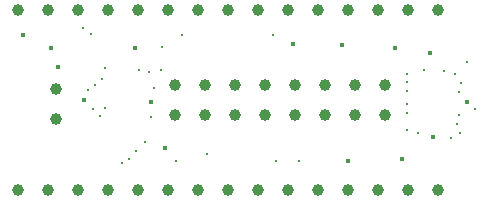
<source format=gbr>
%TF.GenerationSoftware,KiCad,Pcbnew,7.0.8*%
%TF.CreationDate,2023-11-27T23:45:21+01:00*%
%TF.ProjectId,LvL_shifter_shield,4c764c5f-7368-4696-9674-65725f736869,rev?*%
%TF.SameCoordinates,Original*%
%TF.FileFunction,Plated,1,4,PTH,Drill*%
%TF.FilePolarity,Positive*%
%FSLAX46Y46*%
G04 Gerber Fmt 4.6, Leading zero omitted, Abs format (unit mm)*
G04 Created by KiCad (PCBNEW 7.0.8) date 2023-11-27 23:45:21*
%MOMM*%
%LPD*%
G01*
G04 APERTURE LIST*
%TA.AperFunction,ViaDrill*%
%ADD10C,0.300000*%
%TD*%
%TA.AperFunction,ViaDrill*%
%ADD11C,0.400000*%
%TD*%
%TA.AperFunction,ComponentDrill*%
%ADD12C,1.000000*%
%TD*%
G04 APERTURE END LIST*
D10*
X111601107Y-79578700D03*
X111963200Y-84886800D03*
X112242600Y-80086200D03*
X112445800Y-86461600D03*
X112598200Y-84404200D03*
X113021900Y-87096600D03*
X113182400Y-83896200D03*
X113389665Y-86364065D03*
X113436400Y-83032600D03*
X114833400Y-91033600D03*
X115468400Y-90678000D03*
X116027200Y-89992200D03*
X116281200Y-83176100D03*
X116840000Y-89281000D03*
X117144800Y-83312000D03*
X117348000Y-87122000D03*
X117584700Y-84685500D03*
X118160800Y-83185000D03*
X118211600Y-81254600D03*
X119405400Y-90838500D03*
X119913400Y-80195900D03*
X122097800Y-90297000D03*
X127609600Y-80238600D03*
X127939800Y-90830400D03*
X129870200Y-90830400D03*
X138988800Y-84201000D03*
X138988800Y-86049500D03*
X138988800Y-88265000D03*
X139014200Y-83489800D03*
X139014200Y-84963000D03*
X139014200Y-86791800D03*
X139928600Y-88468200D03*
X140462000Y-83176100D03*
X142138400Y-83261200D03*
X142753323Y-88879923D03*
X143078200Y-83540600D03*
X143256000Y-87706200D03*
X143390377Y-85021177D03*
X143408400Y-86995000D03*
X143510000Y-88493600D03*
X143560800Y-84302600D03*
X144094200Y-82473800D03*
X144754600Y-86461600D03*
D11*
X106502200Y-80213200D03*
X108839000Y-81280000D03*
X109448600Y-82931000D03*
X111658400Y-85699600D03*
X115976400Y-81305400D03*
X117300798Y-85887100D03*
X118541800Y-89789000D03*
X129336800Y-81000600D03*
X133477000Y-81026000D03*
X133985000Y-90855800D03*
X137936900Y-81280000D03*
X138607800Y-90703400D03*
X140919200Y-81686400D03*
X141198600Y-88798400D03*
X144094200Y-85852000D03*
D12*
%TO.C,J3*%
X106019600Y-78105000D03*
%TO.C,J4*%
X106045000Y-93345000D03*
%TO.C,J3*%
X108559600Y-78105000D03*
%TO.C,J4*%
X108585000Y-93345000D03*
%TO.C,J1*%
X109296200Y-84810600D03*
X109296200Y-87310600D03*
%TO.C,J3*%
X111099600Y-78105000D03*
%TO.C,J4*%
X111125000Y-93345000D03*
%TO.C,J3*%
X113639600Y-78105000D03*
%TO.C,J4*%
X113665000Y-93345000D03*
%TO.C,J3*%
X116179600Y-78105000D03*
%TO.C,J4*%
X116205000Y-93345000D03*
%TO.C,J3*%
X118719600Y-78105000D03*
%TO.C,J4*%
X118745000Y-93345000D03*
%TO.C,J2*%
X119380000Y-84455000D03*
X119380000Y-86995000D03*
%TO.C,J3*%
X121259600Y-78105000D03*
%TO.C,J4*%
X121285000Y-93345000D03*
%TO.C,J2*%
X121920000Y-84455000D03*
X121920000Y-86995000D03*
%TO.C,J3*%
X123799600Y-78105000D03*
%TO.C,J4*%
X123825000Y-93345000D03*
%TO.C,J2*%
X124460000Y-84455000D03*
X124460000Y-86995000D03*
%TO.C,J3*%
X126339600Y-78105000D03*
%TO.C,J4*%
X126365000Y-93345000D03*
%TO.C,J2*%
X127000000Y-84455000D03*
X127000000Y-86995000D03*
%TO.C,J3*%
X128879600Y-78105000D03*
%TO.C,J4*%
X128905000Y-93345000D03*
%TO.C,J2*%
X129540000Y-84455000D03*
X129540000Y-86995000D03*
%TO.C,J3*%
X131419600Y-78105000D03*
%TO.C,J4*%
X131445000Y-93345000D03*
%TO.C,J2*%
X132080000Y-84455000D03*
X132080000Y-86995000D03*
%TO.C,J3*%
X133959600Y-78105000D03*
%TO.C,J4*%
X133985000Y-93345000D03*
%TO.C,J2*%
X134620000Y-84455000D03*
X134620000Y-86995000D03*
%TO.C,J3*%
X136499600Y-78105000D03*
%TO.C,J4*%
X136525000Y-93345000D03*
%TO.C,J2*%
X137160000Y-84455000D03*
X137160000Y-86995000D03*
%TO.C,J3*%
X139039600Y-78105000D03*
%TO.C,J4*%
X139065000Y-93345000D03*
%TO.C,J3*%
X141579600Y-78105000D03*
%TO.C,J4*%
X141605000Y-93345000D03*
M02*

</source>
